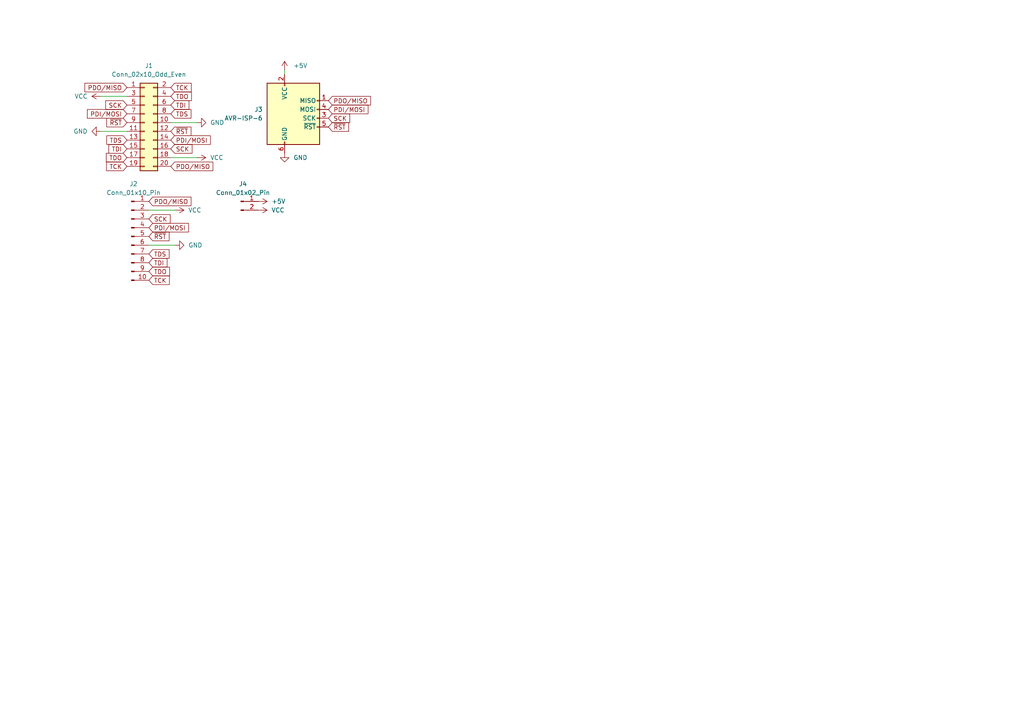
<source format=kicad_sch>
(kicad_sch (version 20250114) (generator "eeschema") (generator_version "9.0")
  (paper "A4")
  (lib_symbols
    (symbol "Connector:AVR-ISP-6" (pin_names (offset 1.016))
      (property "Reference" "J" (at -6.35 11.43 0))
      (property "Value" "AVR-ISP-6" (at 0 11.43 0))
      (symbol "AVR-ISP-6_0_1"
        (rectangle (start -2.667 10.16) (end -2.413 9.398))
        (rectangle (start -2.667 -6.858) (end -2.413 -7.62))
        (rectangle (start 7.62 10.16) (end -7.62 -7.62) (stroke (width 0.254)) (fill (type background)))
        (rectangle (start 7.62 5.207) (end 6.858 4.953))
        (rectangle (start 7.62 2.667) (end 6.858 2.413))
        (rectangle (start 7.62 0.127) (end 6.858 -0.127))
        (rectangle (start 7.62 -2.413) (end 6.858 -2.667))
      )
      (symbol "AVR-ISP-6_1_1"
        (pin passive line (at -2.54 12.7 270) (length 2.54) (name "VCC") (number "2"))
        (pin passive line (at -2.54 -10.16 90) (length 2.54) (name "GND") (number "6"))
        (pin passive line (at 10.16 5.08 180) (length 2.54) (name "MISO") (number "1"))
        (pin passive line (at 10.16 2.54 180) (length 2.54) (name "MOSI") (number "4"))
        (pin passive line (at 10.16 0 180) (length 2.54) (name "SCK") (number "3"))
        (pin passive line (at 10.16 -2.54 180) (length 2.54) (name "~{RST}") (number "5"))
      )
    )
    (symbol "Connector:Conn_01x02_Pin" (pin_names (offset 1.016) (hide yes))
      (property "Reference" "J" (at 0 2.54 0))
      (property "Value" "Conn_01x02_Pin" (at 0 -5.08 0))
      (symbol "Conn_01x02_Pin_1_1"
        (rectangle (start 0.8636 0.127) (end 0 -0.127) (stroke (width 0.1524)) (fill (type outline)))
        (rectangle (start 0.8636 -2.413) (end 0 -2.667) (stroke (width 0.1524)) (fill (type outline)))
        (polyline (pts (xy 1.27 0) (xy 0.8636 0)) (stroke (width 0.1524)))
        (polyline (pts (xy 1.27 -2.54) (xy 0.8636 -2.54)) (stroke (width 0.1524)))
        (pin passive line (at 5.08 0 180) (length 3.81) (name "Pin_1") (number "1"))
        (pin passive line (at 5.08 -2.54 180) (length 3.81) (name "Pin_2") (number "2"))
      )
    )
    (symbol "Connector:Conn_01x10_Pin" (pin_names (offset 1.016) (hide yes))
      (property "Reference" "J" (at 0 12.7 0))
      (property "Value" "Conn_01x10_Pin" (at 0 -15.24 0))
      (symbol "Conn_01x10_Pin_1_1"
        (rectangle (start 0.8636 10.287) (end 0 10.033) (stroke (width 0.1524)) (fill (type outline)))
        (rectangle (start 0.8636 7.747) (end 0 7.493) (stroke (width 0.1524)) (fill (type outline)))
        (rectangle (start 0.8636 5.207) (end 0 4.953) (stroke (width 0.1524)) (fill (type outline)))
        (rectangle (start 0.8636 2.667) (end 0 2.413) (stroke (width 0.1524)) (fill (type outline)))
        (rectangle (start 0.8636 0.127) (end 0 -0.127) (stroke (width 0.1524)) (fill (type outline)))
        (rectangle (start 0.8636 -2.413) (end 0 -2.667) (stroke (width 0.1524)) (fill (type outline)))
        (rectangle (start 0.8636 -4.953) (end 0 -5.207) (stroke (width 0.1524)) (fill (type outline)))
        (rectangle (start 0.8636 -7.493) (end 0 -7.747) (stroke (width 0.1524)) (fill (type outline)))
        (rectangle (start 0.8636 -10.033) (end 0 -10.287) (stroke (width 0.1524)) (fill (type outline)))
        (rectangle (start 0.8636 -12.573) (end 0 -12.827) (stroke (width 0.1524)) (fill (type outline)))
        (polyline (pts (xy 1.27 10.16) (xy 0.8636 10.16)) (stroke (width 0.1524)))
        (polyline (pts (xy 1.27 7.62) (xy 0.8636 7.62)) (stroke (width 0.1524)))
        (polyline (pts (xy 1.27 5.08) (xy 0.8636 5.08)) (stroke (width 0.1524)))
        (polyline (pts (xy 1.27 2.54) (xy 0.8636 2.54)) (stroke (width 0.1524)))
        (polyline (pts (xy 1.27 0) (xy 0.8636 0)) (stroke (width 0.1524)))
        (polyline (pts (xy 1.27 -2.54) (xy 0.8636 -2.54)) (stroke (width 0.1524)))
        (polyline (pts (xy 1.27 -5.08) (xy 0.8636 -5.08)) (stroke (width 0.1524)))
        (polyline (pts (xy 1.27 -7.62) (xy 0.8636 -7.62)) (stroke (width 0.1524)))
        (polyline (pts (xy 1.27 -10.16) (xy 0.8636 -10.16)) (stroke (width 0.1524)))
        (polyline (pts (xy 1.27 -12.7) (xy 0.8636 -12.7)) (stroke (width 0.1524)))
        (pin passive line (at 5.08 10.16 180) (length 3.81) (name "Pin_1") (number "1"))
        (pin passive line (at 5.08 7.62 180) (length 3.81) (name "Pin_2") (number "2"))
        (pin passive line (at 5.08 5.08 180) (length 3.81) (name "Pin_3") (number "3"))
        (pin passive line (at 5.08 2.54 180) (length 3.81) (name "Pin_4") (number "4"))
        (pin passive line (at 5.08 0 180) (length 3.81) (name "Pin_5") (number "5"))
        (pin passive line (at 5.08 -2.54 180) (length 3.81) (name "Pin_6") (number "6"))
        (pin passive line (at 5.08 -5.08 180) (length 3.81) (name "Pin_7") (number "7"))
        (pin passive line (at 5.08 -7.62 180) (length 3.81) (name "Pin_8") (number "8"))
        (pin passive line (at 5.08 -10.16 180) (length 3.81) (name "Pin_9") (number "9"))
        (pin passive line (at 5.08 -12.7 180) (length 3.81) (name "Pin_10") (number "10"))
      )
    )
    (symbol "Connector_Generic:Conn_02x10_Odd_Even" (pin_names (offset 1.016) (hide yes))
      (property "Reference" "J" (at 1.27 12.7 0))
      (property "Value" "Conn_02x10_Odd_Even" (at 1.27 -15.24 0))
      (symbol "Conn_02x10_Odd_Even_1_1"
        (rectangle (start -1.27 11.43) (end 3.81 -13.97) (stroke (width 0.254)) (fill (type background)))
        (rectangle (start -1.27 10.287) (end 0 10.033) (stroke (width 0.1524)))
        (rectangle (start -1.27 7.747) (end 0 7.493) (stroke (width 0.1524)))
        (rectangle (start -1.27 5.207) (end 0 4.953) (stroke (width 0.1524)))
        (rectangle (start -1.27 2.667) (end 0 2.413) (stroke (width 0.1524)))
        (rectangle (start -1.27 0.127) (end 0 -0.127) (stroke (width 0.1524)))
        (rectangle (start -1.27 -2.413) (end 0 -2.667) (stroke (width 0.1524)))
        (rectangle (start -1.27 -4.953) (end 0 -5.207) (stroke (width 0.1524)))
        (rectangle (start -1.27 -7.493) (end 0 -7.747) (stroke (width 0.1524)))
        (rectangle (start -1.27 -10.033) (end 0 -10.287) (stroke (width 0.1524)))
        (rectangle (start -1.27 -12.573) (end 0 -12.827) (stroke (width 0.1524)))
        (rectangle (start 3.81 10.287) (end 2.54 10.033) (stroke (width 0.1524)))
        (rectangle (start 3.81 7.747) (end 2.54 7.493) (stroke (width 0.1524)))
        (rectangle (start 3.81 5.207) (end 2.54 4.953) (stroke (width 0.1524)))
        (rectangle (start 3.81 2.667) (end 2.54 2.413) (stroke (width 0.1524)))
        (rectangle (start 3.81 0.127) (end 2.54 -0.127) (stroke (width 0.1524)))
        (rectangle (start 3.81 -2.413) (end 2.54 -2.667) (stroke (width 0.1524)))
        (rectangle (start 3.81 -4.953) (end 2.54 -5.207) (stroke (width 0.1524)))
        (rectangle (start 3.81 -7.493) (end 2.54 -7.747) (stroke (width 0.1524)))
        (rectangle (start 3.81 -10.033) (end 2.54 -10.287) (stroke (width 0.1524)))
        (rectangle (start 3.81 -12.573) (end 2.54 -12.827) (stroke (width 0.1524)))
        (pin passive line (at -5.08 10.16 0) (length 3.81) (name "Pin_1") (number "1"))
        (pin passive line (at -5.08 7.62 0) (length 3.81) (name "Pin_3") (number "3"))
        (pin passive line (at -5.08 5.08 0) (length 3.81) (name "Pin_5") (number "5"))
        (pin passive line (at -5.08 2.54 0) (length 3.81) (name "Pin_7") (number "7"))
        (pin passive line (at -5.08 0 0) (length 3.81) (name "Pin_9") (number "9"))
        (pin passive line (at -5.08 -2.54 0) (length 3.81) (name "Pin_11") (number "11"))
        (pin passive line (at -5.08 -5.08 0) (length 3.81) (name "Pin_13") (number "13"))
        (pin passive line (at -5.08 -7.62 0) (length 3.81) (name "Pin_15") (number "15"))
        (pin passive line (at -5.08 -10.16 0) (length 3.81) (name "Pin_17") (number "17"))
        (pin passive line (at -5.08 -12.7 0) (length 3.81) (name "Pin_19") (number "19"))
        (pin passive line (at 7.62 10.16 180) (length 3.81) (name "Pin_2") (number "2"))
        (pin passive line (at 7.62 7.62 180) (length 3.81) (name "Pin_4") (number "4"))
        (pin passive line (at 7.62 5.08 180) (length 3.81) (name "Pin_6") (number "6"))
        (pin passive line (at 7.62 2.54 180) (length 3.81) (name "Pin_8") (number "8"))
        (pin passive line (at 7.62 0 180) (length 3.81) (name "Pin_10") (number "10"))
        (pin passive line (at 7.62 -2.54 180) (length 3.81) (name "Pin_12") (number "12"))
        (pin passive line (at 7.62 -5.08 180) (length 3.81) (name "Pin_14") (number "14"))
        (pin passive line (at 7.62 -7.62 180) (length 3.81) (name "Pin_16") (number "16"))
        (pin passive line (at 7.62 -10.16 180) (length 3.81) (name "Pin_18") (number "18"))
        (pin passive line (at 7.62 -12.7 180) (length 3.81) (name "Pin_20") (number "20"))
      )
    )
    (symbol "power:+5V" (power) (pin_names (offset 0))
      (property "Value" "+5V" (at 0 3.556 0))
      (symbol "+5V_0_1"
        (polyline (pts (xy -0.762 1.27) (xy 0 2.54)))
        (polyline (pts (xy 0 2.54) (xy 0.762 1.27)))
        (polyline (pts (xy 0 0) (xy 0 2.54)))
      )
      (symbol "+5V_1_1"
        (pin power_in line (at 0 0 90) (length 0) (hide yes) (name "+5V") (number "1"))
      )
    )
    (symbol "power:GND" (power) (pin_names (offset 0))
      (property "Value" "GND" (at 0 -3.81 0))
      (symbol "GND_0_1"
        (polyline (pts (xy 0 0) (xy 0 -1.27) (xy 1.27 -1.27) (xy 0 -2.54) (xy -1.27 -1.27) (xy 0 -1.27)))
      )
      (symbol "GND_1_1"
        (pin power_in line (at 0 0 270) (length 0) (hide yes) (name "GND") (number "1"))
      )
    )
    (symbol "power:VCC" (power) (pin_names (offset 0))
      (property "Value" "VCC" (at 0 3.81 0))
      (symbol "VCC_0_1"
        (polyline (pts (xy -0.762 1.27) (xy 0 2.54)))
        (polyline (pts (xy 0 2.54) (xy 0.762 1.27)))
        (polyline (pts (xy 0 0) (xy 0 2.54)))
      )
      (symbol "VCC_1_1"
        (pin power_in line (at 0 0 90) (length 0) (hide yes) (name "VCC") (number "1"))
      )
    )
  )
  (wire (pts (xy 50.8 71.12) (xy 43.18 71.12)))
  (wire (pts (xy 49.53 35.56) (xy 57.15 35.56)))
  (wire (pts (xy 50.8 60.96) (xy 43.18 60.96)))
  (wire (pts (xy 82.55 20.32) (xy 82.55 21.59)))
  (wire (pts (xy 49.53 45.72) (xy 57.15 45.72)))
  (wire (pts (xy 29.21 38.1) (xy 36.83 38.1)))
  (wire (pts (xy 29.21 27.94) (xy 36.83 27.94)))
  (global_label "PDO{slash}MISO" (shape input) (at 95.25 29.21 0) (property "Intersheetrefs" "${INTERSHEET_REFS}" (effects (hide yes))))
  (global_label "TCK" (shape input) (at 49.53 25.4 0) (property "Intersheetrefs" "${INTERSHEET_REFS}" (effects (hide yes))))
  (global_label "TDI" (shape input) (at 43.18 76.2 0) (property "Intersheetrefs" "${INTERSHEET_REFS}" (effects (hide yes))))
  (global_label "SCK" (shape input) (at 49.53 43.18 0) (property "Intersheetrefs" "${INTERSHEET_REFS}" (effects (hide yes))))
  (global_label "PDO{slash}MISO" (shape input) (at 43.18 58.42 0) (property "Intersheetrefs" "${INTERSHEET_REFS}" (effects (hide yes))))
  (global_label "TDO" (shape input) (at 36.83 45.72 180) (property "Intersheetrefs" "${INTERSHEET_REFS}" (effects (hide yes))))
  (global_label "SCK" (shape input) (at 36.83 30.48 180) (property "Intersheetrefs" "${INTERSHEET_REFS}" (effects (hide yes))))
  (global_label "~{RST}" (shape input) (at 49.53 38.1 0) (property "Intersheetrefs" "${INTERSHEET_REFS}" (effects (hide yes))))
  (global_label "TDO" (shape input) (at 49.53 27.94 0) (property "Intersheetrefs" "${INTERSHEET_REFS}" (effects (hide yes))))
  (global_label "TDI" (shape input) (at 36.83 43.18 180) (property "Intersheetrefs" "${INTERSHEET_REFS}" (effects (hide yes))))
  (global_label "SCK" (shape input) (at 43.18 63.5 0) (property "Intersheetrefs" "${INTERSHEET_REFS}" (effects (hide yes))))
  (global_label "TDI" (shape input) (at 49.53 30.48 0) (property "Intersheetrefs" "${INTERSHEET_REFS}" (effects (hide yes))))
  (global_label "TCK" (shape input) (at 43.18 81.28 0) (property "Intersheetrefs" "${INTERSHEET_REFS}" (effects (hide yes))))
  (global_label "PDI{slash}MOSI" (shape input) (at 95.25 31.75 0) (property "Intersheetrefs" "${INTERSHEET_REFS}" (effects (hide yes))))
  (global_label "PDI{slash}MOSI" (shape input) (at 36.83 33.02 180) (property "Intersheetrefs" "${INTERSHEET_REFS}" (effects (hide yes))))
  (global_label "~{RST}" (shape input) (at 95.25 36.83 0) (property "Intersheetrefs" "${INTERSHEET_REFS}" (effects (hide yes))))
  (global_label "PDO{slash}MISO" (shape input) (at 36.83 25.4 180) (property "Intersheetrefs" "${INTERSHEET_REFS}" (effects (hide yes))))
  (global_label "SCK" (shape input) (at 95.25 34.29 0) (property "Intersheetrefs" "${INTERSHEET_REFS}" (effects (hide yes))))
  (global_label "~{RST}" (shape input) (at 43.18 68.58 0) (property "Intersheetrefs" "${INTERSHEET_REFS}" (effects (hide yes))))
  (global_label "TDO" (shape input) (at 43.18 78.74 0) (property "Intersheetrefs" "${INTERSHEET_REFS}" (effects (hide yes))))
  (global_label "PDI{slash}MOSI" (shape input) (at 49.53 40.64 0) (property "Intersheetrefs" "${INTERSHEET_REFS}" (effects (hide yes))))
  (global_label "PDO{slash}MISO" (shape input) (at 49.53 48.26 0) (property "Intersheetrefs" "${INTERSHEET_REFS}" (effects (hide yes))))
  (global_label "TDS" (shape input) (at 49.53 33.02 0) (property "Intersheetrefs" "${INTERSHEET_REFS}" (effects (hide yes))))
  (global_label "~{RST}" (shape input) (at 36.83 35.56 180) (property "Intersheetrefs" "${INTERSHEET_REFS}" (effects (hide yes))))
  (global_label "TDS" (shape input) (at 36.83 40.64 180) (property "Intersheetrefs" "${INTERSHEET_REFS}" (effects (hide yes))))
  (global_label "PDI{slash}MOSI" (shape input) (at 43.18 66.04 0) (property "Intersheetrefs" "${INTERSHEET_REFS}" (effects (hide yes))))
  (global_label "TDS" (shape input) (at 43.18 73.66 0) (property "Intersheetrefs" "${INTERSHEET_REFS}" (effects (hide yes))))
  (global_label "TCK" (shape input) (at 36.83 48.26 180) (property "Intersheetrefs" "${INTERSHEET_REFS}" (effects (hide yes))))
  (symbol (lib_id "power:VCC") (at 29.21 27.94 90) (unit 1)
    (property "Reference" "#PWR0107" (effects (hide yes)))
    (property "Value" "VCC" (at 21.59 27.94 90) (effects (justify right)))
  )
  (symbol (lib_id "power:GND") (at 82.55 44.45 0) (unit 1)
    (property "Reference" "#PWR0101" (effects (hide yes)))
    (property "Value" "GND" (at 85.09 45.7199 0) (effects (justify left)))
  )
  (symbol (lib_id "power:GND") (at 57.15 35.56 90) (unit 1)
    (property "Reference" "#PWR0110" (effects (hide yes)))
    (property "Value" "GND" (at 60.96 35.5599 90) (effects (justify right)))
  )
  (symbol (lib_id "power:+5V") (at 82.55 20.32 0) (unit 1)
    (property "Reference" "#PWR0104" (effects (hide yes)))
    (property "Value" "+5V" (at 85.09 19.0499 0) (effects (justify left)))
  )
  (symbol (lib_id "Connector:AVR-ISP-6") (at 85.09 34.29 0) (unit 1)
    (property "Reference" "J3" (at 76.2 31.7499 0) (effects (justify right)))
    (property "Value" "AVR-ISP-6" (at 76.2 34.2899 0) (effects (justify right)))
    (property "Footprint" "Connector_PinHeader_2.54mm:PinHeader_2x03_P2.54mm_Vertical" (effects (hide yes)))
    (property "Datasheet" " ~" (effects (hide yes)))
  )
  (symbol (lib_id "power:VCC") (at 50.8 60.96 270) (mirror x) (unit 1)
    (property "Reference" "#PWR01" (effects (hide yes)))
    (property "Value" "VCC" (at 58.42 60.96 90) (effects (justify right)))
  )
  (symbol (lib_id "Connector_Generic:Conn_02x10_Odd_Even") (at 41.91 35.56 0) (unit 1)
    (property "Reference" "J1" (at 43.18 19.05 0))
    (property "Value" "Conn_02x10_Odd_Even" (at 43.18 21.59 0))
    (property "Footprint" "2.54 PCB Edge Connectors:2x10" (effects (hide yes)))
  )
  (symbol (lib_id "power:VCC") (at 57.15 45.72 270) (unit 1)
    (property "Reference" "#PWR0109" (effects (hide yes)))
    (property "Value" "VCC" (at 60.96 45.7199 90) (effects (justify left)))
  )
  (symbol (lib_id "power:VCC") (at 74.93 60.96 270) (unit 1)
    (property "Reference" "#PWR0102" (effects (hide yes)))
    (property "Value" "VCC" (at 82.55 60.96 90) (effects (justify right)))
  )
  (symbol (lib_id "power:GND") (at 50.8 71.12 90) (mirror x) (unit 1)
    (property "Reference" "#PWR02" (effects (hide yes)))
    (property "Value" "GND" (at 54.61 71.1199 90) (effects (justify right)))
  )
  (symbol (lib_id "Connector:Conn_01x02_Pin") (at 69.85 58.42 0) (unit 1)
    (property "Reference" "J4" (at 70.485 53.34 0))
    (property "Value" "Conn_01x02_Pin" (at 70.485 55.88 0))
    (property "Footprint" "Connector_PinHeader_2.54mm:PinHeader_1x02_P2.54mm_Vertical" (effects (hide yes)))
    (property "Description" "Generic connector, single row, 01x02, script generated" (effects (hide yes)))
  )
  (symbol (lib_id "Connector:Conn_01x10_Pin") (at 38.1 68.58 0) (unit 1)
    (property "Reference" "J2" (at 38.735 53.34 0))
    (property "Value" "Conn_01x10_Pin" (at 38.735 55.88 0))
    (property "Footprint" "Connector_PinHeader_2.54mm:PinHeader_1x10_P2.54mm_Vertical" (effects (hide yes)))
    (property "Description" "Generic connector, single row, 01x10, script generated" (effects (hide yes)))
  )
  (symbol (lib_id "power:GND") (at 29.21 38.1 270) (unit 1)
    (property "Reference" "#PWR0108" (effects (hide yes)))
    (property "Value" "GND" (at 25.4 38.0999 90) (effects (justify right)))
  )
  (symbol (lib_id "power:+5V") (at 74.93 58.42 270) (unit 1)
    (property "Reference" "#PWR0103" (effects (hide yes)))
    (property "Value" "+5V" (at 78.74 58.4199 90) (effects (justify left)))
  )
)
</source>
